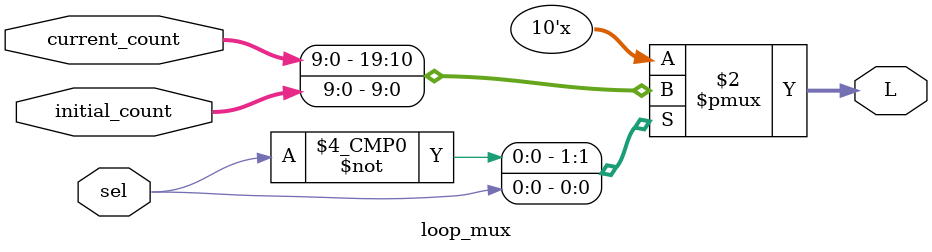
<source format=v>
`timescale 1ns / 1ps


module loop_mux(
input [9:0] initial_count,
input [9:0] current_count,
input sel,
output reg [9:0] L
);

always@(*)
begin
  case(sel)
    1'b0: L = current_count;
    1'b1: L = initial_count;
    default: L = initial_count;
  endcase
end
endmodule

</source>
